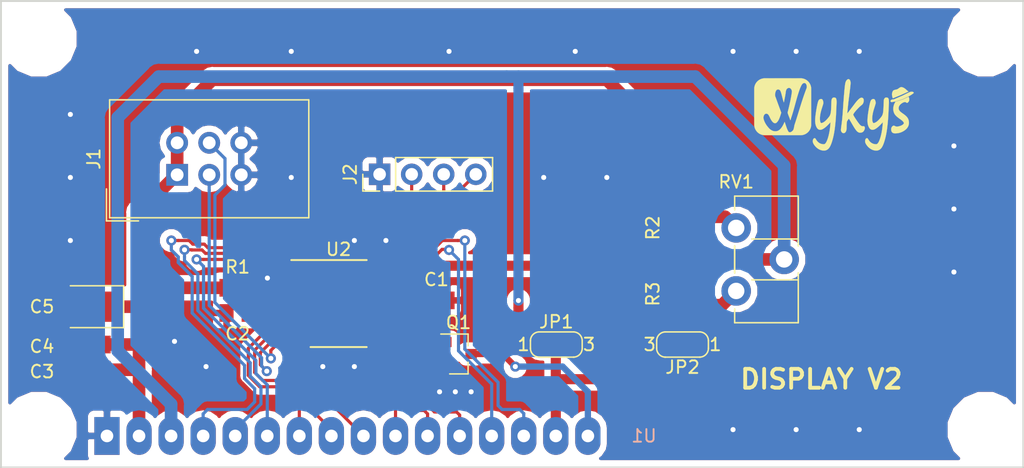
<source format=kicad_pcb>
(kicad_pcb (version 20171130) (host pcbnew 5.0.0-rc2-dev-unknown-0f0d9af~63~ubuntu16.04.1)
  (layers (0 F.Cu signal) (31 B.Cu signal) (34 B.Paste user) (35 F.Paste user) (36 B.SilkS user) (37 F.SilkS user) (38 B.Mask user) (39 F.Mask user) (44 Edge.Cuts user))
  (net 0 "")
  (net 1 +3V3)
  (net 2 "Net-(JP1-Pad1)")
  (net 3 /~RST)
  (net 4 "Net-(JP2-Pad2)")
  (net 5 /BACKLIGHT)
  (net 6 GND)
  (net 7 "Net-(Q1-Pad3)")
  (net 8 /RS)
  (net 9 /R~W)
  (net 10 /E)
  (net 11 /DB0)
  (net 12 /DB1)
  (net 13 /DB2)
  (net 14 /DB3)
  (net 15 /DB4)
  (net 16 /DB5)
  (net 17 /DB6)
  (net 18 /DB7)
  (net 19 /SWDIO)
  (net 20 /SWCLK)
  (net 21 "Net-(JP1-Pad2)")
  (net 22 /LCD_UART_TX)
  (net 23 /LCD_UART_RX)
  (module KLIB_Display:RC1602B (layer B.Cu) (at 90.4 95.5)
    (fp_text reference U1 (at 42.545 0) (layer B.SilkS) (effects (justify mirror)))
    (fp_text value RC1602B)
    (pad 1 thru_hole rect (at 0 0) (size 2 3) (drill 1) (layers *.Cu *.Mask) (net 6 GND))
    (pad 2 thru_hole oval (at 2.54 0) (size 2 3) (drill 1) (layers *.Cu *.Mask) (net 1 +3V3))
    (pad 3 thru_hole oval (at 5.08 0) (size 2 3) (drill 1) (layers *.Cu *.Mask) (net 2 "Net-(JP1-Pad1)"))
    (pad 4 thru_hole oval (at 7.62 0) (size 2 3) (drill 1) (layers *.Cu *.Mask) (net 8 /RS))
    (pad 5 thru_hole oval (at 10.16 0) (size 2 3) (drill 1) (layers *.Cu *.Mask) (net 9 /R~W))
    (pad 6 thru_hole oval (at 12.7 0) (size 2 3) (drill 1) (layers *.Cu *.Mask) (net 10 /E))
    (pad 7 thru_hole oval (at 15.24 0) (size 2 3) (drill 1) (layers *.Cu *.Mask) (net 11 /DB0))
    (pad 8 thru_hole oval (at 17.78 0) (size 2 3) (drill 1) (layers *.Cu *.Mask) (net 12 /DB1))
    (pad 9 thru_hole oval (at 20.32 0) (size 2 3) (drill 1) (layers *.Cu *.Mask) (net 13 /DB2))
    (pad 10 thru_hole oval (at 22.86 0) (size 2 3) (drill 1) (layers *.Cu *.Mask) (net 14 /DB3))
    (pad 11 thru_hole oval (at 25.4 0) (size 2 3) (drill 1) (layers *.Cu *.Mask) (net 15 /DB4))
    (pad 12 thru_hole oval (at 27.94 0) (size 2 3) (drill 1) (layers *.Cu *.Mask) (net 16 /DB5))
    (pad 13 thru_hole oval (at 30.48 0) (size 2 3) (drill 1) (layers *.Cu *.Mask) (net 17 /DB6))
    (pad 14 thru_hole oval (at 33.02 0) (size 2 3) (drill 1) (layers *.Cu *.Mask) (net 18 /DB7))
    (pad 15 thru_hole oval (at 35.56 0) (size 2 3) (drill 1) (layers *.Cu *.Mask) (net 21 "Net-(JP1-Pad2)"))
    (pad 16 thru_hole oval (at 38.1 0) (size 2 3) (drill 1) (layers *.Cu *.Mask) (net 7 "Net-(Q1-Pad3)"))
  )
  (module Package_SO:TSSOP-20_4.4x6.5mm_P0.65mm (layer F.Cu) (at 108.75 85)
    (fp_text reference U2 (at 0 -4.3) (layer F.SilkS))
    (fp_text value STM32F042F6Px)
    (pad 1 smd rect (at -2.95 -2.925) (size 1.45 0.45) (layers F.Cu F.Paste F.Mask) (net 8 /RS))
    (pad 2 smd rect (at -2.95 -2.275) (size 1.45 0.45) (layers F.Cu F.Paste F.Mask) (net 9 /R~W))
    (pad 3 smd rect (at -2.95 -1.625) (size 1.45 0.45) (layers F.Cu F.Paste F.Mask) (net 10 /E))
    (pad 4 smd rect (at -2.95 -0.975) (size 1.45 0.45) (layers F.Cu F.Paste F.Mask) (net 3 /~RST))
    (pad 5 smd rect (at -2.95 -0.325) (size 1.45 0.45) (layers F.Cu F.Paste F.Mask) (net 1 +3V3))
    (pad 6 smd rect (at -2.95 0.325) (size 1.45 0.45) (layers F.Cu F.Paste F.Mask) (net 11 /DB0))
    (pad 7 smd rect (at -2.95 0.975) (size 1.45 0.45) (layers F.Cu F.Paste F.Mask) (net 12 /DB1))
    (pad 8 smd rect (at -2.95 1.625) (size 1.45 0.45) (layers F.Cu F.Paste F.Mask) (net 22 /LCD_UART_TX))
    (pad 9 smd rect (at -2.95 2.275) (size 1.45 0.45) (layers F.Cu F.Paste F.Mask) (net 23 /LCD_UART_RX))
    (pad 10 smd rect (at -2.95 2.925) (size 1.45 0.45) (layers F.Cu F.Paste F.Mask) (net 13 /DB2))
    (pad 11 smd rect (at 2.95 2.925) (size 1.45 0.45) (layers F.Cu F.Paste F.Mask) (net 14 /DB3))
    (pad 12 smd rect (at 2.95 2.275) (size 1.45 0.45) (layers F.Cu F.Paste F.Mask) (net 15 /DB4))
    (pad 13 smd rect (at 2.95 1.625) (size 1.45 0.45) (layers F.Cu F.Paste F.Mask) (net 16 /DB5))
    (pad 14 smd rect (at 2.95 0.975) (size 1.45 0.45) (layers F.Cu F.Paste F.Mask) (net 5 /BACKLIGHT))
    (pad 15 smd rect (at 2.95 0.325) (size 1.45 0.45) (layers F.Cu F.Paste F.Mask) (net 6 GND))
    (pad 16 smd rect (at 2.95 -0.325) (size 1.45 0.45) (layers F.Cu F.Paste F.Mask) (net 1 +3V3))
    (pad 17 smd rect (at 2.95 -0.975) (size 1.45 0.45) (layers F.Cu F.Paste F.Mask) (net 17 /DB6))
    (pad 18 smd rect (at 2.95 -1.625) (size 1.45 0.45) (layers F.Cu F.Paste F.Mask) (net 18 /DB7))
    (pad 19 smd rect (at 2.95 -2.275) (size 1.45 0.45) (layers F.Cu F.Paste F.Mask) (net 19 /SWDIO))
    (pad 20 smd rect (at 2.95 -2.925) (size 1.45 0.45) (layers F.Cu F.Paste F.Mask) (net 20 /SWCLK))
  )
  (module Capacitor_SMD:C_0805_2012Metric (layer F.Cu) (at 100.75 85.75 180)
    (fp_text reference C2 (at 0 -1.65 180) (layer F.SilkS))
    (fp_text value 100n)
    (pad 2 smd rect (at 0.88 0 180) (size 1.12 1.4) (layers F.Cu F.Paste F.Mask) (net 6 GND))
    (pad 1 smd rect (at -0.88 0 180) (size 1.12 1.4) (layers F.Cu F.Paste F.Mask) (net 1 +3V3))
  )
  (module Capacitor_SMD:C_0805_2012Metric (layer F.Cu) (at 89.25 90.25 180)
    (fp_text reference C3 (at 4 -0.15 180) (layer F.SilkS))
    (fp_text value 100n)
    (pad 1 smd rect (at -0.88 0 180) (size 1.12 1.4) (layers F.Cu F.Paste F.Mask) (net 1 +3V3))
    (pad 2 smd rect (at 0.88 0 180) (size 1.12 1.4) (layers F.Cu F.Paste F.Mask) (net 6 GND))
  )
  (module Capacitor_SMD:C_0805_2012Metric (layer F.Cu) (at 89.25 88.25 180)
    (fp_text reference C4 (at 4 -0.15 180) (layer F.SilkS))
    (fp_text value 1u/50V)
    (pad 2 smd rect (at 0.88 0 180) (size 1.12 1.4) (layers F.Cu F.Paste F.Mask) (net 6 GND))
    (pad 1 smd rect (at -0.88 0 180) (size 1.12 1.4) (layers F.Cu F.Paste F.Mask) (net 1 +3V3))
  )
  (module Capacitor_SMD:C_0805_2012Metric (layer F.Cu) (at 116.5 84.75)
    (fp_text reference C1 (at 0 -1.65) (layer F.SilkS))
    (fp_text value 100n)
    (pad 1 smd rect (at -0.88 0) (size 1.12 1.4) (layers F.Cu F.Paste F.Mask) (net 1 +3V3))
    (pad 2 smd rect (at 0.88 0) (size 1.12 1.4) (layers F.Cu F.Paste F.Mask) (net 6 GND))
  )
  (module Capacitor_Tantalum_SMD:CP_EIA-3528-21_Kemet-B (layer F.Cu) (at 89.25 85.25 180)
    (fp_text reference C5 (at 4 0 180) (layer F.SilkS))
    (fp_text value 47u/10V)
    (pad 1 smd rect (at -1.48 0 180) (size 1.46 2.4) (layers F.Cu F.Paste F.Mask) (net 1 +3V3))
    (pad 2 smd rect (at 1.48 0 180) (size 1.46 2.4) (layers F.Cu F.Paste F.Mask) (net 6 GND))
  )
  (module Connector_IDC:IDC-Header_2x03_P2.54mm_Vertical (layer F.Cu) (at 95.96 74.79 90)
    (fp_text reference J1 (at 1.27 -6.604 90) (layer F.SilkS))
    (fp_text value IDC_02X03)
    (pad 1 thru_hole rect (at 0 0 90) (size 1.7272 1.7272) (drill 1.016) (layers *.Cu *.Mask) (net 1 +3V3))
    (pad 2 thru_hole oval (at 2.54 0 90) (size 1.7272 1.7272) (drill 1.016) (layers *.Cu *.Mask) (net 1 +3V3))
    (pad 3 thru_hole oval (at 0 2.54 90) (size 1.7272 1.7272) (drill 1.016) (layers *.Cu *.Mask) (net 22 /LCD_UART_TX))
    (pad 4 thru_hole oval (at 2.54 2.54 90) (size 1.7272 1.7272) (drill 1.016) (layers *.Cu *.Mask) (net 23 /LCD_UART_RX))
    (pad 5 thru_hole oval (at 0 5.08 90) (size 1.7272 1.7272) (drill 1.016) (layers *.Cu *.Mask) (net 6 GND))
    (pad 6 thru_hole oval (at 2.54 5.08 90) (size 1.7272 1.7272) (drill 1.016) (layers *.Cu *.Mask) (net 6 GND))
  )
  (module Connector_PinHeader_2.54mm:PinHeader_1x04_P2.54mm_Vertical (layer F.Cu) (at 112 74.75 90)
    (fp_text reference J2 (at 0 -2.33 90) (layer F.SilkS))
    (fp_text value SWD_01X04)
    (pad 1 thru_hole rect (at 0 0 90) (size 1.7 1.7) (drill 1) (layers *.Cu *.Mask) (net 6 GND))
    (pad 2 thru_hole oval (at 0 2.54 90) (size 1.7 1.7) (drill 1) (layers *.Cu *.Mask) (net 3 /~RST))
    (pad 3 thru_hole oval (at 0 5.08 90) (size 1.7 1.7) (drill 1) (layers *.Cu *.Mask) (net 20 /SWCLK))
    (pad 4 thru_hole oval (at 0 7.62 90) (size 1.7 1.7) (drill 1) (layers *.Cu *.Mask) (net 19 /SWDIO))
  )
  (module Jumper:SolderJumper-3_P1.3mm_Open_RoundedPad1.0x1.5mm_NumberLabels (layer F.Cu) (at 136 88.25 180)
    (fp_text reference JP2 (at 0 -1.8 180) (layer F.SilkS))
    (fp_text value SolderJumper_3_Open)
    (fp_text user 1 (at -2.6 0 180) (layer F.SilkS))
    (fp_text user 3 (at 2.6 0 180) (layer F.SilkS))
    (pad 3 smd rect (at 1 0 180) (size 0.5 1.5) (layers F.Cu F.Mask) (net 21 "Net-(JP1-Pad2)"))
    (pad 3 smd roundrect (at 1.3 0 180) (size 1 1.5) (layers F.Cu F.Mask) (roundrect_rratio 0.5) (net 21 "Net-(JP1-Pad2)"))
    (pad 2 smd rect (at 0 0 180) (size 1 1.5) (layers F.Cu F.Mask) (net 4 "Net-(JP2-Pad2)"))
    (pad 1 smd rect (at -1 0 180) (size 0.5 1.5) (layers F.Cu F.Mask) (net 6 GND))
    (pad 1 smd roundrect (at -1.3 0 180) (size 1 1.5) (layers F.Cu F.Mask) (roundrect_rratio 0.5) (net 6 GND))
  )
  (module Jumper:SolderJumper-3_P1.3mm_Open_RoundedPad1.0x1.5mm_NumberLabels (layer F.Cu) (at 126 88.25)
    (fp_text reference JP1 (at 0 -1.8) (layer F.SilkS))
    (fp_text value SolderJumper_3_Open)
    (fp_text user 3 (at 2.6 0) (layer F.SilkS))
    (fp_text user 1 (at -2.6 0) (layer F.SilkS))
    (pad 1 smd roundrect (at -1.3 0) (size 1 1.5) (layers F.Cu F.Mask) (roundrect_rratio 0.5) (net 2 "Net-(JP1-Pad1)"))
    (pad 1 smd rect (at -1 0) (size 0.5 1.5) (layers F.Cu F.Mask) (net 2 "Net-(JP1-Pad1)"))
    (pad 2 smd rect (at 0 0) (size 1 1.5) (layers F.Cu F.Mask) (net 21 "Net-(JP1-Pad2)"))
    (pad 3 smd roundrect (at 1.3 0) (size 1 1.5) (layers F.Cu F.Mask) (roundrect_rratio 0.5) (net 1 +3V3))
    (pad 3 smd rect (at 1 0) (size 0.5 1.5) (layers F.Cu F.Mask) (net 1 +3V3))
  )
  (module KLIB_Mechanical:Bolt_M3 (layer F.Cu) (at 85 64)
    (fp_text reference H4 hide)
    (fp_text value M3)
    (pad "" np_thru_hole circle (at 0 0) (size 3 3) (drill 3) (layers *.Cu *.Mask) (clearance 1.5))
  )
  (module KLIB_Mechanical:Bolt_M3 (layer F.Cu) (at 160 64)
    (fp_text reference H3 hide)
    (fp_text value M3)
    (pad "" np_thru_hole circle (at 0 0) (size 3 3) (drill 3) (layers *.Cu *.Mask) (clearance 1.5))
  )
  (module KLIB_Mechanical:Bolt_M3 (layer F.Cu) (at 160 95)
    (fp_text reference H2 hide)
    (fp_text value M3)
    (pad "" np_thru_hole circle (at 0 0) (size 3 3) (drill 3) (layers *.Cu *.Mask) (clearance 1.5))
  )
  (module KLIB_Mechanical:Bolt_M3 (layer F.Cu) (at 85 95)
    (fp_text reference H1 hide)
    (fp_text value M3)
    (pad "" np_thru_hole circle (at 0 0) (size 3 3) (drill 3) (layers *.Cu *.Mask) (clearance 1.5))
  )
  (module Package_TO_SOT_SMD:SOT-23 (layer F.Cu) (at 118.25 89)
    (fp_text reference Q1 (at 0 -2.5) (layer F.SilkS))
    (fp_text value AO3400A)
    (pad 1 smd rect (at -1 -0.95) (size 0.9 0.8) (layers F.Cu F.Paste F.Mask) (net 5 /BACKLIGHT))
    (pad 2 smd rect (at -1 0.95) (size 0.9 0.8) (layers F.Cu F.Paste F.Mask) (net 6 GND))
    (pad 3 smd rect (at 1 0) (size 0.9 0.8) (layers F.Cu F.Paste F.Mask) (net 7 "Net-(Q1-Pad3)"))
  )
  (module Potentiometer_THT:Potentiometer_ACP_CA9-H3,8_Horizontal (layer F.Cu) (at 140.25 79)
    (fp_text reference RV1 (at 0 -3.65) (layer F.SilkS))
    (fp_text value 10k)
    (pad 3 thru_hole circle (at 0 5) (size 2.34 2.34) (drill 1.3) (layers *.Cu *.Mask) (net 4 "Net-(JP2-Pad2)"))
    (pad 2 thru_hole circle (at 3.8 2.5) (size 2.34 2.34) (drill 1.3) (layers *.Cu *.Mask) (net 2 "Net-(JP1-Pad1)"))
    (pad 1 thru_hole circle (at 0 0) (size 2.34 2.34) (drill 1.3) (layers *.Cu *.Mask) (net 1 +3V3))
  )
  (module Resistor_SMD:R_0805_2012Metric (layer F.Cu) (at 136 84.25 270)
    (fp_text reference R3 (at 0 2.35 270) (layer F.SilkS))
    (fp_text value BOT)
    (pad 1 smd rect (at -0.88 0 270) (size 1.12 1.4) (layers F.Cu F.Paste F.Mask) (net 2 "Net-(JP1-Pad1)"))
    (pad 2 smd rect (at 0.88 0 270) (size 1.12 1.4) (layers F.Cu F.Paste F.Mask) (net 4 "Net-(JP2-Pad2)"))
  )
  (module Resistor_SMD:R_0805_2012Metric (layer F.Cu) (at 100.75 83.75)
    (fp_text reference R1 (at 0 -1.65) (layer F.SilkS))
    (fp_text value 10k)
    (pad 2 smd rect (at 0.88 0) (size 1.12 1.4) (layers F.Cu F.Paste F.Mask) (net 3 /~RST))
    (pad 1 smd rect (at -0.88 0) (size 1.12 1.4) (layers F.Cu F.Paste F.Mask) (net 1 +3V3))
  )
  (module Resistor_SMD:R_0805_2012Metric (layer F.Cu) (at 136 79 270)
    (fp_text reference R2 (at 0 2.35 270) (layer F.SilkS))
    (fp_text value TOP)
    (pad 1 smd rect (at -0.88 0 270) (size 1.12 1.4) (layers F.Cu F.Paste F.Mask) (net 1 +3V3))
    (pad 2 smd rect (at 0.88 0 270) (size 1.12 1.4) (layers F.Cu F.Paste F.Mask) (net 2 "Net-(JP1-Pad1)"))
  )
  (module KLIB_Mechanical:Fiducial_Pad_1mm_Outer_2mm (layer F.Cu) (at 156 68)
    (fp_text reference REF** hide)
    (fp_text value Fiducial_Pad_1mm_Outer_2mm)
    (pad ~ smd circle (at 0 0) (size 1 1) (layers F.Cu F.Mask) (clearance 0.5))
  )
  (module KLIB_Mechanical:Fiducial_Pad_1mm_Outer_2mm (layer F.Cu) (at 156 91)
    (fp_text reference REF** hide)
    (fp_text value Fiducial_Pad_1mm_Outer_2mm)
    (pad ~ smd circle (at 0 0) (size 1 1) (layers F.Cu F.Mask) (clearance 0.5))
  )
  (module KLIB_Mechanical:Fiducial_Pad_1mm_Outer_2mm (layer F.Cu) (at 90 68)
    (fp_text reference REF** hide)
    (fp_text value Fiducial_Pad_1mm_Outer_2mm)
    (pad ~ smd circle (at 0 0) (size 1 1) (layers F.Cu F.Mask) (clearance 0.5))
  )
  (module KLIB_Logo:wykys_skill (layer F.Cu) (at 148 70)
    (fp_text reference G*** hide)
    (fp_text value LOGO hide)
  )
  (gr_text "DISPLAY V2" (at 147 91) (layer F.SilkS) (effects (font (size 1.5 1.5) (thickness 0.3))))
  (gr_line (start 82 61) (end 82 98) (layer Edge.Cuts) (width 0.15))
  (gr_line (start 163 61) (end 82 61) (layer Edge.Cuts) (width 0.15))
  (gr_line (start 163 98) (end 163 61) (layer Edge.Cuts) (width 0.15))
  (gr_line (start 82 98) (end 163 98) (layer Edge.Cuts) (width 0.15))
  (segment (start 95.96 74.79) (end 95.91 74.79) (width 1) (layer F.Cu) (net 1))
  (segment (start 95.91 74.79) (end 92.94 77.76) (width 1) (layer F.Cu) (net 1))
  (segment (start 92.94 77.76) (end 92.94 83.75) (width 1) (layer F.Cu) (net 1))
  (segment (start 115.62 84.75) (end 115.62 83.48) (width 0.8) (layer F.Cu) (net 1))
  (segment (start 115.62 83.48) (end 117.1 82) (width 0.8) (layer F.Cu) (net 1))
  (segment (start 117.1 82) (end 131.5 82) (width 0.8) (layer F.Cu) (net 1))
  (segment (start 131.5 82) (end 131.5 79.5) (width 1) (layer F.Cu) (net 1))
  (segment (start 131.5 82.5) (end 131.5 82) (width 1) (layer F.Cu) (net 1))
  (segment (start 130 67.25) (end 136 73.25) (width 1) (layer F.Cu) (net 1))
  (segment (start 98.75 67.25) (end 130 67.25) (width 1) (layer F.Cu) (net 1))
  (segment (start 95.96 70.04) (end 98.75 67.25) (width 1) (layer F.Cu) (net 1))
  (segment (start 95.96 72.25) (end 95.96 70.04) (width 1) (layer F.Cu) (net 1))
  (segment (start 136 73.25) (end 136 78.12) (width 1) (layer F.Cu) (net 1))
  (segment (start 129.25 88.25) (end 131.5 86) (width 0.8) (layer F.Cu) (net 1))
  (segment (start 131.5 86) (end 131.5 82.5) (width 0.8) (layer F.Cu) (net 1))
  (segment (start 127.3 88.25) (end 129.25 88.25) (width 0.8) (layer F.Cu) (net 1))
  (segment (start 101.63 85.75) (end 103.25 85.75) (width 0.25) (layer F.Cu) (net 1))
  (segment (start 103.25 85.75) (end 104.325 84.675) (width 0.25) (layer F.Cu) (net 1))
  (segment (start 104.325 84.675) (end 105.8 84.675) (width 0.25) (layer F.Cu) (net 1))
  (segment (start 92.94 83.75) (end 99.87 83.75) (width 1) (layer F.Cu) (net 1))
  (segment (start 101.63 85.75) (end 101.63 85.61) (width 0.25) (layer F.Cu) (net 1))
  (segment (start 101.63 85.61) (end 99.87 83.85) (width 0.25) (layer F.Cu) (net 1))
  (segment (start 99.87 83.85) (end 99.87 83.75) (width 0.25) (layer F.Cu) (net 1))
  (segment (start 111.7 84.675) (end 115.545 84.675) (width 0.25) (layer F.Cu) (net 1))
  (segment (start 115.545 84.675) (end 115.62 84.75) (width 0.25) (layer F.Cu) (net 1))
  (segment (start 136 78.12) (end 139.37 78.12) (width 1) (layer F.Cu) (net 1))
  (segment (start 139.37 78.12) (end 140.25 79) (width 1) (layer F.Cu) (net 1))
  (segment (start 131.5 79.5) (end 132.88 78.12) (width 1) (layer F.Cu) (net 1))
  (segment (start 132.88 78.12) (end 136 78.12) (width 1) (layer F.Cu) (net 1))
  (segment (start 92.94 83.75) (end 92.94 85.25) (width 1) (layer F.Cu) (net 1))
  (segment (start 92.94 90.25) (end 92.94 93) (width 1) (layer F.Cu) (net 1))
  (segment (start 92.94 90.25) (end 90.13 90.25) (width 1) (layer F.Cu) (net 1))
  (segment (start 92.94 88.25) (end 92.94 90.25) (width 1) (layer F.Cu) (net 1))
  (segment (start 92.94 85.25) (end 92.94 88.25) (width 1) (layer F.Cu) (net 1))
  (segment (start 92.94 88.25) (end 90.13 88.25) (width 1) (layer F.Cu) (net 1))
  (segment (start 92.94 85.25) (end 90.73 85.25) (width 1) (layer F.Cu) (net 1))
  (segment (start 92.94 93) (end 92.94 95.5) (width 1) (layer F.Cu) (net 1))
  (segment (start 95.96 72.25) (end 95.96 74.79) (width 1) (layer F.Cu) (net 1))
  (segment (start 122.07 67) (end 123 67) (width 1) (layer B.Cu) (net 2))
  (segment (start 123 67) (end 137 67) (width 1) (layer B.Cu) (net 2))
  (segment (start 123 67.93) (end 123 67) (width 0.8) (layer B.Cu) (net 2))
  (segment (start 123 84.76) (end 123 67.93) (width 0.8) (layer B.Cu) (net 2))
  (segment (start 123 85.325685) (end 123 84.76) (width 0.8) (layer F.Cu) (net 2))
  (segment (start 123 86.55) (end 123 85.325685) (width 0.8) (layer F.Cu) (net 2))
  (segment (start 124.7 88.25) (end 123 86.55) (width 0.8) (layer F.Cu) (net 2))
  (via (at 123 84.76) (size 0.8) (drill 0.4) (layers F.Cu B.Cu) (net 2))
  (segment (start 94.5 67) (end 122.07 67) (width 1) (layer B.Cu) (net 2))
  (segment (start 91.25 88.75) (end 91.25 70.25) (width 1) (layer B.Cu) (net 2))
  (segment (start 95.48 92.98) (end 91.25 88.75) (width 1) (layer B.Cu) (net 2))
  (segment (start 91.25 70.25) (end 94.5 67) (width 1) (layer B.Cu) (net 2))
  (segment (start 95.48 95.5) (end 95.48 92.98) (width 1) (layer B.Cu) (net 2))
  (segment (start 137 67) (end 144.05 74.05) (width 1) (layer B.Cu) (net 2))
  (segment (start 144.05 74.05) (end 144.05 81.5) (width 1) (layer B.Cu) (net 2))
  (segment (start 136 81.5) (end 136 79.88) (width 1) (layer F.Cu) (net 2))
  (segment (start 136 83.37) (end 136 81.5) (width 1) (layer F.Cu) (net 2))
  (segment (start 136 81.5) (end 144.05 81.5) (width 1) (layer F.Cu) (net 2))
  (segment (start 107.25 83.55) (end 107.25 79.75) (width 0.25) (layer F.Cu) (net 3))
  (segment (start 114.54 76.96) (end 114.54 74.75) (width 0.25) (layer F.Cu) (net 3))
  (segment (start 106.775 84.025) (end 107.25 83.55) (width 0.25) (layer F.Cu) (net 3))
  (segment (start 107.25 79.75) (end 109.1 77.9) (width 0.25) (layer F.Cu) (net 3))
  (segment (start 105.8 84.025) (end 106.775 84.025) (width 0.25) (layer F.Cu) (net 3))
  (segment (start 109.1 77.9) (end 113.6 77.9) (width 0.25) (layer F.Cu) (net 3))
  (segment (start 113.6 77.9) (end 114.54 76.96) (width 0.25) (layer F.Cu) (net 3))
  (segment (start 101.905 84.025) (end 104.825 84.025) (width 0.25) (layer F.Cu) (net 3))
  (segment (start 104.825 84.025) (end 105.8 84.025) (width 0.25) (layer F.Cu) (net 3))
  (segment (start 101.63 83.75) (end 101.905 84.025) (width 0.25) (layer F.Cu) (net 3))
  (segment (start 136 88.25) (end 136 85.13) (width 0.8) (layer F.Cu) (net 4))
  (segment (start 136 85.13) (end 139.12 85.13) (width 1) (layer F.Cu) (net 4))
  (segment (start 139.12 85.13) (end 140.25 84) (width 1) (layer F.Cu) (net 4))
  (segment (start 111.7 85.975) (end 112.975 85.975) (width 0.25) (layer F.Cu) (net 5))
  (segment (start 115.05 88.05) (end 117.25 88.05) (width 0.25) (layer F.Cu) (net 5))
  (segment (start 112.975 85.975) (end 115.05 88.05) (width 0.25) (layer F.Cu) (net 5))
  (via (at 103.11 82.98) (size 0.8) (drill 0.4) (layers F.Cu B.Cu) (net 6))
  (via (at 157.5 82.5) (size 0.8) (drill 0.4) (layers F.Cu B.Cu) (net 6))
  (via (at 157.5 77.5) (size 0.8) (drill 0.4) (layers F.Cu B.Cu) (net 6))
  (via (at 157.5 72.5) (size 0.8) (drill 0.4) (layers F.Cu B.Cu) (net 6))
  (via (at 97.5 65) (size 0.8) (drill 0.4) (layers F.Cu B.Cu) (net 6))
  (via (at 105 65) (size 0.8) (drill 0.4) (layers F.Cu B.Cu) (net 6))
  (via (at 117.5 65) (size 0.8) (drill 0.4) (layers F.Cu B.Cu) (net 6))
  (via (at 127.5 65) (size 0.8) (drill 0.4) (layers F.Cu B.Cu) (net 6))
  (via (at 87.5 80) (size 0.8) (drill 0.4) (layers F.Cu B.Cu) (net 6))
  (via (at 87.5 75) (size 0.8) (drill 0.4) (layers F.Cu B.Cu) (net 6))
  (via (at 87.5 70) (size 0.8) (drill 0.4) (layers F.Cu B.Cu) (net 6))
  (via (at 119.25 92) (size 0.8) (drill 0.4) (layers F.Cu B.Cu) (net 6))
  (via (at 116.75 92) (size 0.8) (drill 0.4) (layers F.Cu B.Cu) (net 6))
  (via (at 118 92) (size 0.8) (drill 0.4) (layers F.Cu B.Cu) (net 6))
  (segment (start 111.7 85.325) (end 113.575 85.325) (width 0.25) (layer F.Cu) (net 6))
  (segment (start 113.575 85.325) (end 114 85.75) (width 0.25) (layer F.Cu) (net 6))
  (segment (start 111.7 85.325) (end 110.075 85.325) (width 0.25) (layer F.Cu) (net 6))
  (via (at 98.25 90) (size 0.8) (drill 0.4) (layers F.Cu B.Cu) (net 6))
  (via (at 95.75 88) (size 0.8) (drill 0.4) (layers F.Cu B.Cu) (net 6))
  (via (at 112.5 80) (size 0.8) (drill 0.4) (layers F.Cu B.Cu) (net 6))
  (via (at 107.5 90) (size 0.8) (drill 0.4) (layers F.Cu B.Cu) (net 6))
  (via (at 110 80) (size 0.8) (drill 0.4) (layers F.Cu B.Cu) (net 6))
  (via (at 110 90) (size 0.8) (drill 0.4) (layers F.Cu B.Cu) (net 6))
  (via (at 105 75) (size 0.8) (drill 0.4) (layers F.Cu B.Cu) (net 6))
  (via (at 125 75) (size 0.8) (drill 0.4) (layers F.Cu B.Cu) (net 6))
  (via (at 130 75) (size 0.8) (drill 0.4) (layers F.Cu B.Cu) (net 6))
  (via (at 140 95) (size 0.8) (drill 0.4) (layers F.Cu B.Cu) (net 6))
  (via (at 145 95) (size 0.8) (drill 0.4) (layers F.Cu B.Cu) (net 6))
  (via (at 150 95) (size 0.8) (drill 0.4) (layers F.Cu B.Cu) (net 6))
  (via (at 140 65) (size 0.8) (drill 0.4) (layers F.Cu B.Cu) (net 6))
  (via (at 145 65) (size 0.8) (drill 0.4) (layers F.Cu B.Cu) (net 6))
  (via (at 150 65) (size 0.8) (drill 0.4) (layers F.Cu B.Cu) (net 6))
  (segment (start 122.75 90) (end 126.5 90) (width 0.5) (layer B.Cu) (net 7))
  (segment (start 126.5 90) (end 128.5 92) (width 0.5) (layer B.Cu) (net 7))
  (segment (start 128.5 92) (end 128.5 95.5) (width 0.5) (layer B.Cu) (net 7))
  (segment (start 119.25 89) (end 121.75 89) (width 0.5) (layer F.Cu) (net 7))
  (via (at 122.75 90) (size 0.8) (drill 0.4) (layers F.Cu B.Cu) (net 7))
  (segment (start 121.75 89) (end 122.75 90) (width 0.5) (layer F.Cu) (net 7))
  (segment (start 102.1 91.75) (end 102.1 92.8) (width 0.25) (layer B.Cu) (net 8))
  (segment (start 101.3 89.9) (end 101.3 90.95) (width 0.25) (layer B.Cu) (net 8))
  (segment (start 97.15 85.75) (end 101.3 89.9) (width 0.25) (layer B.Cu) (net 8))
  (segment (start 97.15 82.850012) (end 97.15 85.75) (width 0.25) (layer B.Cu) (net 8))
  (segment (start 95.5 80) (end 95.5 80.75) (width 0.25) (layer B.Cu) (net 8))
  (segment (start 96.05 81.750012) (end 97.15 82.850012) (width 0.25) (layer B.Cu) (net 8))
  (segment (start 101.3 90.95) (end 102.1 91.75) (width 0.25) (layer B.Cu) (net 8))
  (segment (start 96.05 81.3) (end 96.05 81.750012) (width 0.25) (layer B.Cu) (net 8))
  (segment (start 101.5 93.4) (end 98.37 93.4) (width 0.25) (layer B.Cu) (net 8))
  (segment (start 95.499988 80) (end 95.5 80) (width 0.25) (layer B.Cu) (net 8))
  (segment (start 102.1 92.8) (end 101.5 93.4) (width 0.25) (layer B.Cu) (net 8))
  (segment (start 95.5 80.75) (end 96.05 81.3) (width 0.25) (layer B.Cu) (net 8))
  (segment (start 98.37 93.4) (end 98.02 93.75) (width 0.25) (layer B.Cu) (net 8))
  (segment (start 98.02 93.75) (end 98.02 95.5) (width 0.25) (layer B.Cu) (net 8))
  (segment (start 96.91 80) (end 96.065673 80) (width 0.25) (layer F.Cu) (net 8))
  (segment (start 98.39 80.57) (end 98.11 80.29) (width 0.25) (layer F.Cu) (net 8))
  (segment (start 97.2 80.29) (end 96.91 80) (width 0.25) (layer F.Cu) (net 8))
  (segment (start 98.11 80.29) (end 97.2 80.29) (width 0.25) (layer F.Cu) (net 8))
  (segment (start 103.47 80.57) (end 98.39 80.57) (width 0.25) (layer F.Cu) (net 8))
  (segment (start 104.975 82.075) (end 103.47 80.57) (width 0.25) (layer F.Cu) (net 8))
  (segment (start 105.8 82.075) (end 104.975 82.075) (width 0.25) (layer F.Cu) (net 8))
  (segment (start 96.065673 80) (end 95.499988 80) (width 0.25) (layer F.Cu) (net 8))
  (via (at 95.499988 80) (size 0.8) (drill 0.4) (layers F.Cu B.Cu) (net 8))
  (segment (start 102.6 91.6) (end 101.75 90.75) (width 0.25) (layer B.Cu) (net 9))
  (segment (start 100.56 95) (end 102.6 92.96) (width 0.25) (layer B.Cu) (net 9))
  (segment (start 102.6 92.96) (end 102.6 91.6) (width 0.25) (layer B.Cu) (net 9))
  (segment (start 100.56 95.5) (end 100.56 95) (width 0.25) (layer B.Cu) (net 9))
  (segment (start 101.75 90.75) (end 101.75 89.7) (width 0.25) (layer B.Cu) (net 9))
  (segment (start 101.75 89.7) (end 97.6 85.55) (width 0.25) (layer B.Cu) (net 9))
  (segment (start 97.6 85.55) (end 97.6 82.65) (width 0.25) (layer B.Cu) (net 9))
  (segment (start 97.6 82.65) (end 96.542946 81.592946) (width 0.25) (layer B.Cu) (net 9))
  (segment (start 96.542946 81.592946) (end 96.542946 81.302458) (width 0.25) (layer B.Cu) (net 9))
  (segment (start 96.542946 81.302458) (end 96.542946 80.736773) (width 0.25) (layer B.Cu) (net 9))
  (via (at 96.542946 80.736773) (size 0.8) (drill 0.4) (layers F.Cu B.Cu) (net 9))
  (segment (start 97.121846 80.749988) (end 97.108631 80.736773) (width 0.25) (layer F.Cu) (net 9))
  (segment (start 103.256421 81.020011) (end 98.2036 81.020011) (width 0.25) (layer F.Cu) (net 9))
  (segment (start 104.96141 82.725) (end 103.256421 81.020011) (width 0.25) (layer F.Cu) (net 9))
  (segment (start 98.2036 81.020011) (end 97.933578 80.749988) (width 0.25) (layer F.Cu) (net 9))
  (segment (start 97.108631 80.736773) (end 96.542946 80.736773) (width 0.25) (layer F.Cu) (net 9))
  (segment (start 97.933578 80.749988) (end 97.121846 80.749988) (width 0.25) (layer F.Cu) (net 9))
  (segment (start 105.8 82.725) (end 104.96141 82.725) (width 0.25) (layer F.Cu) (net 9))
  (segment (start 102.2 89.513589) (end 102.2 90.55) (width 0.25) (layer B.Cu) (net 10))
  (segment (start 102.2 90.55) (end 103.1 91.45) (width 0.25) (layer B.Cu) (net 10))
  (segment (start 98.05 82.05) (end 98.05 85.363589) (width 0.25) (layer B.Cu) (net 10))
  (segment (start 98.05 85.363589) (end 102.2 89.513589) (width 0.25) (layer B.Cu) (net 10))
  (segment (start 97.5 81.5) (end 98.05 82.05) (width 0.25) (layer B.Cu) (net 10))
  (segment (start 103.1 91.45) (end 103.1 95.5) (width 0.25) (layer B.Cu) (net 10))
  (segment (start 104.975 83.375) (end 103.1 81.5) (width 0.25) (layer F.Cu) (net 10))
  (segment (start 105.8 83.375) (end 104.975 83.375) (width 0.25) (layer F.Cu) (net 10))
  (segment (start 103.1 81.5) (end 98.065685 81.5) (width 0.25) (layer F.Cu) (net 10))
  (segment (start 98.065685 81.5) (end 97.5 81.5) (width 0.25) (layer F.Cu) (net 10))
  (via (at 97.5 81.5) (size 0.8) (drill 0.4) (layers F.Cu B.Cu) (net 10))
  (segment (start 101.6 90.7) (end 102.5 91.6) (width 0.25) (layer F.Cu) (net 11))
  (segment (start 105.8 85.325) (end 104.825 85.325) (width 0.25) (layer F.Cu) (net 11))
  (segment (start 104.825 85.325) (end 101.6 88.55) (width 0.25) (layer F.Cu) (net 11))
  (segment (start 101.6 88.55) (end 101.6 90.7) (width 0.25) (layer F.Cu) (net 11))
  (segment (start 102.5 91.6) (end 104 91.6) (width 0.25) (layer F.Cu) (net 11))
  (segment (start 104 91.6) (end 105.64 93.24) (width 0.25) (layer F.Cu) (net 11))
  (segment (start 105.64 93.24) (end 105.64 95.5) (width 0.25) (layer F.Cu) (net 11))
  (segment (start 102.1 90.46359) (end 102.73641 91.1) (width 0.25) (layer F.Cu) (net 12))
  (segment (start 102.73641 91.1) (end 104.28 91.1) (width 0.25) (layer F.Cu) (net 12))
  (segment (start 108.18 95) (end 108.18 95.5) (width 0.25) (layer F.Cu) (net 12))
  (segment (start 102.1 88.7) (end 102.1 90.46359) (width 0.25) (layer F.Cu) (net 12))
  (segment (start 104.28 91.1) (end 108.18 95) (width 0.25) (layer F.Cu) (net 12))
  (segment (start 104.825 85.975) (end 102.1 88.7) (width 0.25) (layer F.Cu) (net 12))
  (segment (start 105.8 85.975) (end 104.825 85.975) (width 0.25) (layer F.Cu) (net 12))
  (segment (start 105.8 90.58) (end 110.72 95.5) (width 0.25) (layer F.Cu) (net 13))
  (segment (start 105.8 87.925) (end 105.8 90.58) (width 0.25) (layer F.Cu) (net 13))
  (segment (start 112.925 87.925) (end 111.7 87.925) (width 0.25) (layer F.Cu) (net 14))
  (segment (start 113.26 88.26) (end 112.925 87.925) (width 0.25) (layer F.Cu) (net 14))
  (segment (start 113.26 95.5) (end 113.26 88.26) (width 0.25) (layer F.Cu) (net 14))
  (segment (start 114.15 93.48) (end 113.75 93.08) (width 0.25) (layer F.Cu) (net 15))
  (segment (start 115.8 93.75) (end 115.53 93.48) (width 0.25) (layer F.Cu) (net 15))
  (segment (start 112.911411 87.275) (end 111.7 87.275) (width 0.25) (layer F.Cu) (net 15))
  (segment (start 115.53 93.48) (end 114.15 93.48) (width 0.25) (layer F.Cu) (net 15))
  (segment (start 113.75 88.113589) (end 112.911411 87.275) (width 0.25) (layer F.Cu) (net 15))
  (segment (start 115.8 95.5) (end 115.8 93.75) (width 0.25) (layer F.Cu) (net 15))
  (segment (start 113.75 93.08) (end 113.75 88.113589) (width 0.25) (layer F.Cu) (net 15))
  (segment (start 116.35 93.6) (end 115.77 93.02) (width 0.25) (layer F.Cu) (net 16))
  (segment (start 115.77 93.02) (end 114.56 93.02) (width 0.25) (layer F.Cu) (net 16))
  (segment (start 118.1 93.6) (end 116.35 93.6) (width 0.25) (layer F.Cu) (net 16))
  (segment (start 118.34 93.84) (end 118.1 93.6) (width 0.25) (layer F.Cu) (net 16))
  (segment (start 118.34 95.5) (end 118.34 93.84) (width 0.25) (layer F.Cu) (net 16))
  (segment (start 114.25 92.71) (end 114.25 87.977178) (width 0.25) (layer F.Cu) (net 16))
  (segment (start 112.675 86.625) (end 111.7 86.625) (width 0.25) (layer F.Cu) (net 16))
  (segment (start 114.56 93.02) (end 114.25 92.71) (width 0.25) (layer F.Cu) (net 16))
  (segment (start 114.25 87.977178) (end 112.897822 86.625) (width 0.25) (layer F.Cu) (net 16))
  (segment (start 112.897822 86.625) (end 112.675 86.625) (width 0.25) (layer F.Cu) (net 16))
  (segment (start 111.7 84.025) (end 113.625 84.025) (width 0.25) (layer F.Cu) (net 17))
  (segment (start 113.625 84.025) (end 116.95 80.7) (width 0.25) (layer F.Cu) (net 17))
  (segment (start 116.95 80.7) (end 117.450002 80.7) (width 0.25) (layer F.Cu) (net 17))
  (segment (start 117.450002 80.7) (end 117.500002 80.75) (width 0.25) (layer F.Cu) (net 17))
  (segment (start 120.88 91.38) (end 118.25 88.75) (width 0.25) (layer B.Cu) (net 17))
  (segment (start 118.25 88.75) (end 118.25 81.499998) (width 0.25) (layer B.Cu) (net 17))
  (segment (start 118.25 81.499998) (end 117.500002 80.75) (width 0.25) (layer B.Cu) (net 17))
  (segment (start 120.88 95.5) (end 120.88 91.38) (width 0.25) (layer B.Cu) (net 17))
  (via (at 117.500002 80.75) (size 0.8) (drill 0.4) (layers F.Cu B.Cu) (net 17))
  (segment (start 121.38641 91.25) (end 121.38641 93.08641) (width 0.25) (layer B.Cu) (net 18))
  (segment (start 121.38641 93.08641) (end 121.7 93.4) (width 0.25) (layer B.Cu) (net 18))
  (segment (start 118.75 80) (end 118.75 88.61359) (width 0.25) (layer B.Cu) (net 18))
  (segment (start 118.75 88.61359) (end 121.38641 91.25) (width 0.25) (layer B.Cu) (net 18))
  (segment (start 121.7 93.4) (end 123.1 93.4) (width 0.25) (layer B.Cu) (net 18))
  (segment (start 123.1 93.4) (end 123.42 93.72) (width 0.25) (layer B.Cu) (net 18))
  (segment (start 123.42 93.72) (end 123.42 95.5) (width 0.25) (layer B.Cu) (net 18))
  (segment (start 118.184315 80) (end 118.75 80) (width 0.25) (layer F.Cu) (net 18))
  (segment (start 116.972821 80) (end 118.184315 80) (width 0.25) (layer F.Cu) (net 18))
  (segment (start 111.7 83.375) (end 113.597821 83.375) (width 0.25) (layer F.Cu) (net 18))
  (segment (start 113.597821 83.375) (end 116.972821 80) (width 0.25) (layer F.Cu) (net 18))
  (via (at 118.75 80) (size 0.8) (drill 0.4) (layers F.Cu B.Cu) (net 18))
  (segment (start 111.7 82.725) (end 113.611411 82.725) (width 0.25) (layer F.Cu) (net 19))
  (segment (start 113.611411 82.725) (end 117.6 78.736411) (width 0.25) (layer F.Cu) (net 19))
  (segment (start 117.6 78.736411) (end 117.6 76.77) (width 0.25) (layer F.Cu) (net 19))
  (segment (start 117.6 76.77) (end 119.62 74.75) (width 0.25) (layer F.Cu) (net 19))
  (segment (start 113.625 82.075) (end 117.08 78.62) (width 0.25) (layer F.Cu) (net 20))
  (segment (start 111.7 82.075) (end 113.625 82.075) (width 0.25) (layer F.Cu) (net 20))
  (segment (start 117.08 78.62) (end 117.08 75.952081) (width 0.25) (layer F.Cu) (net 20))
  (segment (start 117.08 75.952081) (end 117.08 74.75) (width 0.25) (layer F.Cu) (net 20))
  (segment (start 125.96 91) (end 129.9 91) (width 0.8) (layer F.Cu) (net 21))
  (segment (start 129.9 91) (end 132.65 88.25) (width 0.8) (layer F.Cu) (net 21))
  (segment (start 132.65 88.25) (end 134.7 88.25) (width 0.8) (layer F.Cu) (net 21))
  (segment (start 125.96 91) (end 125.96 88.29) (width 0.8) (layer F.Cu) (net 21))
  (segment (start 125.96 95.5) (end 125.96 91) (width 0.8) (layer F.Cu) (net 21))
  (segment (start 125.96 88.29) (end 126 88.25) (width 0.8) (layer F.Cu) (net 21))
  (segment (start 102.65 89.3) (end 98.5 85.15) (width 0.25) (layer B.Cu) (net 22))
  (segment (start 98.5 85.15) (end 98.5 76.011314) (width 0.25) (layer B.Cu) (net 22))
  (segment (start 102.65 89.951345) (end 102.65 89.3) (width 0.25) (layer B.Cu) (net 22))
  (segment (start 103.060051 90.361396) (end 102.65 89.951345) (width 0.25) (layer B.Cu) (net 22))
  (segment (start 98.5 76.011314) (end 98.5 74.79) (width 0.25) (layer B.Cu) (net 22))
  (segment (start 105.8 86.625) (end 104.825 86.625) (width 0.25) (layer F.Cu) (net 22))
  (segment (start 102.660052 89.961397) (end 103.060051 90.361396) (width 0.25) (layer F.Cu) (net 22))
  (segment (start 102.550011 88.899989) (end 102.550011 89.851356) (width 0.25) (layer F.Cu) (net 22))
  (segment (start 102.550011 89.851356) (end 102.660052 89.961397) (width 0.25) (layer F.Cu) (net 22))
  (segment (start 104.825 86.625) (end 102.550011 88.899989) (width 0.25) (layer F.Cu) (net 22))
  (via (at 103.060051 90.361396) (size 0.8) (drill 0.4) (layers F.Cu B.Cu) (net 22))
  (segment (start 99.363599 73.113599) (end 98.5 72.25) (width 0.25) (layer B.Cu) (net 23))
  (segment (start 99.75 73.5) (end 99.363599 73.113599) (width 0.25) (layer B.Cu) (net 23))
  (segment (start 103.384991 89.349863) (end 98.95 84.914872) (width 0.25) (layer B.Cu) (net 23))
  (segment (start 98.95 76.4) (end 99.75 75.6) (width 0.25) (layer B.Cu) (net 23))
  (segment (start 98.95 84.914872) (end 98.95 76.4) (width 0.25) (layer B.Cu) (net 23))
  (segment (start 99.75 75.6) (end 99.75 73.5) (width 0.25) (layer B.Cu) (net 23))
  (via (at 103.384991 89.349863) (size 0.8) (drill 0.4) (layers F.Cu B.Cu) (net 23))
  (segment (start 103.384991 88.715009) (end 103.384991 88.784178) (width 0.25) (layer F.Cu) (net 23))
  (segment (start 103.384991 88.784178) (end 103.384991 89.349863) (width 0.25) (layer F.Cu) (net 23))
  (segment (start 105.8 87.275) (end 104.825 87.275) (width 0.25) (layer F.Cu) (net 23))
  (segment (start 104.825 87.275) (end 103.384991 88.715009) (width 0.25) (layer F.Cu) (net 23))
  (zone (net 6) (net_name GND) (layer F.Cu) (connect_pads (clearance 0.508)) (min_thickness 0.254) (fill yes (arc_segments 16) (thermal_gap 0.508) (thermal_bridge_width 0.508))
    (polygon (pts (xy 82 98) (xy 163 98) (xy 163 61) (xy 82 61)))
  )
  (zone (net 6) (net_name GND) (layer B.Cu) (connect_pads (clearance 0.508)) (min_thickness 0.254) (fill yes (arc_segments 16) (thermal_gap 0.508) (thermal_bridge_width 0.508))
    (polygon (pts (xy 82 98) (xy 163 98) (xy 163 61) (xy 82 61)))
  )
)
</source>
